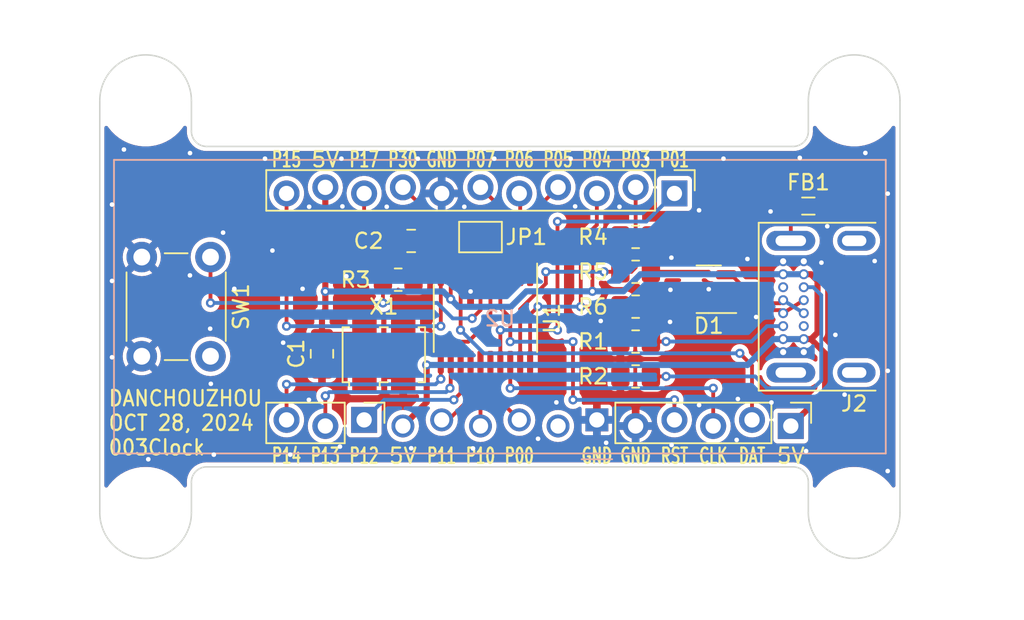
<source format=kicad_pcb>
(kicad_pcb (version 20211014) (generator pcbnew)
  (layers (0 "F.Cu" signal) (31 "B.Cu" signal) (34 "B.Paste" user) (35 "F.Paste" user) (36 "B.SilkS" user "B.Silkscreen") (37 "F.SilkS" user "F.Silkscreen") (38 "B.Mask" user) (39 "F.Mask" user) (44 "Edge.Cuts" user))
  (net 0 "")
  (net 1 "GND")
  (net 2 "+5V")
  (net 3 "Net-(FB1-Pad1)")
  (net 4 "Net-(J2-PadA5)")
  (net 7 "Net-(J2-PadB5)")
  (net 8 "/~{RESET}")
  (net 9 "/ICE_CLK")
  (net 10 "/ICE_DAT")
  (net 11 "Net-(J4-Pad1)")
  (net 12 "Net-(J4-Pad2)")
  (net 13 "Net-(J4-Pad3)")
  (net 14 "Net-(U1-Pad14)")
  (net 15 "Net-(U1-Pad15)")
  (net 16 "Net-(U1-Pad16)")
  (net 19 "Net-(J1-Pad1)")
  (net 20 "/DP")
  (net 21 "Net-(J1-Pad4)")
  (net 22 "Net-(J1-Pad5)")
  (net 23 "Net-(J1-Pad6)")
  (net 24 "Net-(JP1-Pad2)")
  (net 25 "Net-(J1-Pad8)")
  (net 26 "Net-(J1-Pad11)")
  (net 27 "/~{INT1}")
  (net 28 "/USB_D-")
  (net 29 "/USB_D+")
  (net 30 "/DM")
  (footprint "MountingHole:MountingHole_3.2mm_M3_ISO14580" (layer "F.Cu") (at 49.4 3)
    (fp_text reference "H3" hide)
    (fp_text value "MountingHole")
    (pad "" np_thru_hole circle locked (at 0 0) (size 3.2 3.2) (drill 3.2) (layers *.Cu *.Mask))
  )
  (footprint "Resistor_SMD:R_0805_2012Metric_Pad1.20x1.40mm_HandSolder" (layer "F.Cu") (at 19.542 14.732 180)
    (fp_text reference "R3" (at 2.794 0) (layer "F.SilkS"))
    (fp_text value "5.1K")
    (fp_line (start -0.227064 0.735) (end 0.227064 0.735) (layer "F.SilkS") (width 0.12))
    (fp_line (start -0.227064 -0.735) (end 0.227064 -0.735) (layer "F.SilkS") (width 0.12))
    (pad "1" smd roundrect (at -1 0 180) (size 1.2 1.4) (layers "F.Cu" "F.Paste" "F.Mask") (roundrect_rratio 0.2083333333) (net 2 "+5V"))
    (pad "2" smd roundrect (at 1 0 180) (size 1.2 1.4) (layers "F.Cu" "F.Paste" "F.Mask") (roundrect_rratio 0.2083333333) (net 27 "/~{INT1}"))
  )
  (footprint "Resistor_SMD:R_0805_2012Metric_Pad1.20x1.40mm_HandSolder" (layer "F.Cu") (at 35.09 11.928 180)
    (fp_text reference "R4" (at 2.794 0) (layer "F.SilkS"))
    (fp_text value "1.5K")
    (fp_line (start -0.227064 -0.735) (end 0.227064 -0.735) (layer "F.SilkS") (width 0.12))
    (fp_line (start -0.227064 0.735) (end 0.227064 0.735) (layer "F.SilkS") (width 0.12))
    (pad "1" smd roundrect (at -1 0 180) (size 1.2 1.4) (layers "F.Cu" "F.Paste" "F.Mask") (roundrect_rratio 0.208333) (net 28 "/USB_D-"))
    (pad "2" smd roundrect (at 1 0 180) (size 1.2 1.4) (layers "F.Cu" "F.Paste" "F.Mask") (roundrect_rratio 0.208333) (net 2 "+5V"))
  )
  (footprint "Capacitor_SMD:C_0805_2012Metric_Pad1.18x1.45mm_HandSolder" (layer "F.Cu") (at 14.55 19.5875 90)
    (fp_text reference "C1" (at 0 -1.68 90) (layer "F.SilkS"))
    (fp_text value "1uF")
    (fp_line (start -0.261252 -0.735) (end 0.261252 -0.735) (layer "F.SilkS") (width 0.12))
    (fp_line (start -0.261252 0.735) (end 0.261252 0.735) (layer "F.SilkS") (width 0.12))
    (pad "1" smd roundrect (at -1.0375 0 90) (size 1.175 1.45) (layers "F.Cu" "F.Paste" "F.Mask") (roundrect_rratio 0.2127659574) (net 1 "GND"))
    (pad "2" smd roundrect (at 1.0375 0 90) (size 1.175 1.45) (layers "F.Cu" "F.Paste" "F.Mask") (roundrect_rratio 0.2127659574) (net 2 "+5V"))
  )
  (footprint "Resistor_SMD:R_0805_2012Metric_Pad1.20x1.40mm_HandSolder" (layer "F.Cu") (at 35.09 14.214 180)
    (fp_text reference "R5" (at 2.794 0) (layer "F.SilkS"))
    (fp_text value "47R")
    (fp_line (start -0.227064 -0.735) (end 0.227064 -0.735) (layer "F.SilkS") (width 0.12))
    (fp_line (start -0.227064 0.735) (end 0.227064 0.735) (layer "F.SilkS") (width 0.12))
    (pad "1" smd roundrect (at -1 0 180) (size 1.2 1.4) (layers "F.Cu" "F.Paste" "F.Mask") (roundrect_rratio 0.208333) (net 28 "/USB_D-"))
    (pad "2" smd roundrect (at 1 0 180) (size 1.2 1.4) (layers "F.Cu" "F.Paste" "F.Mask") (roundrect_rratio 0.208333) (net 30 "/DM"))
  )
  (footprint "Oscillator:Oscillator_SMD_SeikoEpson_SG8002LB-4Pin_5.0x3.2mm" (layer "F.Cu") (at 18.6 19.65)
    (fp_text reference "X1" (at 0 -3.15) (layer "F.SilkS"))
    (fp_text value "SG-5032CCN")
    (fp_line (start -2.7 1.8) (end -2.7 -1.8) (layer "F.SilkS") (width 0.12))
    (fp_line (start -2.27 1.8) (end -2.7 1.8) (layer "F.SilkS") (width 0.12))
    (fp_line (start -2.7 -1.8) (end -2.27 -1.8) (layer "F.SilkS") (width 0.12))
    (fp_line (start -0.27 -1.8) (end 0.27 -1.8) (layer "F.SilkS") (width 0.12))
    (fp_line (start 2.7 1.8) (end 2.27 1.8) (layer "F.SilkS") (width 0.12))
    (fp_line (start 2.7 -1.8) (end 2.7 1.8) (layer "F.SilkS") (width 0.12))
    (fp_line (start 2.27 -1.8) (end 2.7 -1.8) (layer "F.SilkS") (width 0.12))
    (fp_line (start 0.27 1.8) (end -0.27 1.8) (layer "F.SilkS") (width 0.12))
    (fp_line (start -0.27 1.8) (end -0.27 2.05) (layer "F.SilkS") (width 0.12))
    (fp_line (start -2.27 2.05) (end -2.27 1.8) (layer "F.SilkS") (width 0.12))
    (pad "1" smd rect (at -1.27 1.1) (size 1.6 2) (drill (offset 0 0.25)) (layers "F.Cu" "F.Paste" "F.Mask"))
    (pad "2" smd rect (at 1.27 1.1) (size 1.6 2) (drill (offset 0 0.25)) (layers "F.Cu" "F.Paste" "F.Mask") (net 1 "GND"))
    (pad "3" smd rect (at 1.27 -1.1) (size 1.6 2) (drill (offset 0 -0.25)) (layers "F.Cu" "F.Paste" "F.Mask") (net 24 "Net-(JP1-Pad2)"))
    (pad "4" smd rect (at -1.27 -1.1) (size 1.6 2) (drill (offset 0 -0.25)) (layers "F.Cu" "F.Paste" "F.Mask") (net 2 "+5V"))
  )
  (footprint "Resistor_SMD:R_0805_2012Metric_Pad1.20x1.40mm_HandSolder" (layer "F.Cu") (at 35.09 18.786 180)
    (fp_text reference "R1" (at 2.794 0) (layer "F.SilkS"))
    (fp_text value "5.1K")
    (fp_line (start -0.227064 -0.735) (end 0.227064 -0.735) (layer "F.SilkS") (width 0.12))
    (fp_line (start -0.227064 0.735) (end 0.227064 0.735) (layer "F.SilkS") (width 0.12))
    (pad "1" smd roundrect (at -1 0 180) (size 1.2 1.4) (layers "F.Cu" "F.Paste" "F.Mask") (roundrect_rratio 0.2083333333) (net 4 "Net-(J2-PadA5)"))
    (pad "2" smd roundrect (at 1 0 180) (size 1.2 1.4) (layers "F.Cu" "F.Paste" "F.Mask") (roundrect_rratio 0.2083333333) (net 1 "GND"))
  )
  (footprint "Connector_PinHeader_2.54mm:PinHeader_1x05_P2.54mm_Vertical" (layer "F.Cu") (at 45.25 24.12 -90)
    (fp_text reference "J3" hide)
    (fp_text value "Conn_01x05")
    (fp_line (start -1.33 0) (end -1.33 -1.33) (layer "F.SilkS") (width 0.12))
    (fp_line (start -1.33 11.49) (end 1.33 11.49) (layer "F.SilkS") (width 0.12))
    (fp_line (start 1.33 1.27) (end 1.33 11.49) (layer "F.SilkS") (width 0.12))
    (fp_line (start -1.33 1.27) (end -1.33 11.49) (layer "F.SilkS") (width 0.12))
    (fp_line (start -1.33 1.27) (end 1.33 1.27) (layer "F.SilkS") (width 0.12))
    (fp_line (start -1.33 -1.33) (end 0 -1.33) (layer "F.SilkS") (width 0.12))
    (pad "1" thru_hole rect locked (at 0.2 0 270) (size 1.7 1.7) (drill 1) (layers *.Cu *.Mask) (net 2 "+5V"))
    (pad "2" thru_hole oval locked (at -0.2 2.54 270) (size 1.7 1.7) (drill 1) (layers *.Cu *.Mask) (net 10 "/ICE_DAT"))
    (pad "3" thru_hole oval locked (at 0.2 5.08 270) (size 1.7 1.7) (drill 1) (layers *.Cu *.Mask) (net 9 "/ICE_CLK"))
    (pad "4" thru_hole oval locked (at -0.2 7.62 270) (size 1.7 1.7) (drill 1) (layers *.Cu *.Mask) (net 8 "/~{RESET}"))
    (pad "5" thru_hole oval locked (at 0.2 10.16 270) (size 1.7 1.7) (drill 1) (layers *.Cu *.Mask) (net 1 "GND"))
  )
  (footprint "MountingHole:MountingHole_3.2mm_M3_ISO14580" (layer "F.Cu") (at 3 3)
    (fp_text reference "H1" hide)
    (fp_text value "MountingHole")
    (pad "" np_thru_hole circle locked (at 0 0) (size 3.2 3.2) (drill 3.2) (layers *.Cu *.Mask))
  )
  (footprint "Connector_PinHeader_2.54mm:PinHeader_1x03_P2.54mm_Vertical" (layer "F.Cu") (at 17.31 24.12 -90)
    (fp_text reference "J4" hide)
    (fp_text value "Conn_01x03")
    (fp_line (start 1.33 1.27) (end 1.33 6.41) (layer "F.SilkS") (width 0.12))
    (fp_line (start -1.33 1.27) (end 1.33 1.27) (layer "F.SilkS") (width 0.12))
    (fp_line (start -1.33 -1.33) (end 0 -1.33) (layer "F.SilkS") (width 0.12))
    (fp_line (start -1.33 1.27) (end -1.33 6.41) (layer "F.SilkS") (width 0.12))
    (fp_line (start -1.33 0) (end -1.33 -1.33) (layer "F.SilkS") (width 0.12))
    (fp_line (start -1.33 6.41) (end 1.33 6.41) (layer "F.SilkS") (width 0.12))
    (pad "1" thru_hole rect locked (at -0.2 0 270) (size 1.7 1.7) (drill 1) (layers *.Cu *.Mask) (net 11 "Net-(J4-Pad1)"))
    (pad "2" thru_hole oval locked (at 0.2 2.54 270) (size 1.7 1.7) (drill 1) (layers *.Cu *.Mask) (net 12 "Net-(J4-Pad2)"))
    (pad "3" thru_hole oval locked (at -0.2 5.08 270) (size 1.7 1.7) (drill 1) (layers *.Cu *.Mask) (net 13 "Net-(J4-Pad3)"))
  )
  (footprint "Inductor_SMD:L_0805_2012Metric_Pad1.05x1.20mm_HandSolder" (layer "F.Cu") (at 46.4 9.906)
    (fp_text reference "FB1" (at 0 -1.55) (layer "F.SilkS"))
    (fp_text value "FerriteBead_Small")
    (fp_line (start -0.410242 0.56) (end 0.410242 0.56) (layer "F.SilkS") (width 0.12))
    (fp_line (start -0.410242 -0.56) (end 0.410242 -0.56) (layer "F.SilkS") (width 0.12))
    (pad "1" smd roundrect (at -1.15 0) (size 1.05 1.2) (layers "F.Cu" "F.Paste" "F.Mask") (roundrect_rratio 0.2380952381) (net 3 "Net-(FB1-Pad1)"))
    (pad "2" smd roundrect (at 1.15 0) (size 1.05 1.2) (layers "F.Cu" "F.Paste" "F.Mask") (roundrect_rratio 0.2380952381) (net 1 "GND"))
  )
  (footprint "MountingHole:MountingHole_3.2mm_M3_ISO14580" (layer "F.Cu") (at 3 30)
    (fp_text reference "H2" hide)
    (fp_text value "MountingHole")
    (pad "" np_thru_hole circle locked (at 0 0) (size 3.2 3.2) (drill 3.2) (layers *.Cu *.Mask))
  )
  (footprint "Resistor_SMD:R_0805_2012Metric_Pad1.20x1.40mm_HandSolder" (layer "F.Cu") (at 35.09 21.072 180)
    (fp_text reference "R2" (at 2.794 0) (layer "F.SilkS"))
    (fp_text value "5.1K")
    (fp_line (start -0.227064 0.735) (end 0.227064 0.735) (layer "F.SilkS") (width 0.12))
    (fp_line (start -0.227064 -0.735) (end 0.227064 -0.735) (layer "F.SilkS") (width 0.12))
    (pad "1" smd roundrect (at -1 0 180) (size 1.2 1.4) (layers "F.Cu" "F.Paste" "F.Mask") (roundrect_rratio 0.2083333333) (net 7 "Net-(J2-PadB5)"))
    (pad "2" smd roundrect (at 1 0 180) (size 1.2 1.4) (layers "F.Cu" "F.Paste" "F.Mask") (roundrect_rratio 0.2083333333) (net 1 "GND"))
  )
  (footprint "Resistor_SMD:R_0805_2012Metric_Pad1.20x1.40mm_HandSolder" (layer "F.Cu") (at 35.09 16.5 180)
    (fp_text reference "R6" (at 2.794 0) (layer "F.SilkS"))
    (fp_text value "47R")
    (fp_line (start -0.227064 -0.735) (end 0.227064 -0.735) (layer "F.SilkS") (width 0.12))
    (fp_line (start -0.227064 0.735) (end 0.227064 0.735) (layer "F.SilkS") (width 0.12))
    (pad "1" smd roundrect (at -1 0 180) (size 1.2 1.4) (layers "F.Cu" "F.Paste" "F.Mask") (roundrect_rratio 0.208333) (net 29 "/USB_D+"))
    (pad "2" smd roundrect (at 1 0 180) (size 1.2 1.4) (layers "F.Cu" "F.Paste" "F.Mask") (roundrect_rratio 0.208333) (net 20 "/DP"))
  )
  (footprint "2137160001:2137160001" (layer "F.Cu") (at 52.4 16.5 90)
    (fp_text reference "J2" (at -6.36 -3 180) (layer "F.SilkS"))
    (fp_text value "2137160001")
    (fp_line (start -5.5 -9.25) (end 5.5 -9.25) (layer "F.SilkS") (width 0.12))
    (fp_line (start 5.5 -9.25) (end 5.5 -1.6) (layer "F.SilkS") (width 0.12))
    (fp_line (start -5.5 -9.25) (end -5.5 -1.6) (layer "F.SilkS") (width 0.12))
    (pad "" thru_hole oval locked (at -4.32 -7.15 90) (size 1.3 3.2) (drill oval 0.7 2) (layers *.Cu *.Mask "F.Paste"))
    (pad "" thru_hole oval locked (at 4.32 -3 90) (size 1.3 2.5) (drill oval 0.7 1.6 (offset 0 0.15)) (layers *.Cu *.Mask "F.Paste"))
    (pad "" thru_hole oval locked (at -4.32 -3 90) (size 1.3 2.5) (drill oval 0.7 1.6 (offset 0 0.15)) (layers *.Cu *.Mask "F.Paste"))
    (pad "A1" thru_hole circle locked (at -2.975 -7.65 90) (size 0.65 0.65) (drill 0.4) (layers *.Cu *.Mask "F.Paste") (net 1 "GND"))
    (pad "A4" thru_hole circle locked (at -2.125 -7.65 90) (size 0.65 0.65) (drill 0.4) (layers *.Cu *.Mask "F.Paste") (net 2 "+5V"))
    (pad "A5" thru_hole circle locked (at -1.275 -7.65 90) (size 0.65 0.65) (drill 0.4) (layers *.Cu *.Mask "F.Paste") (net 4 "Net-(J2-PadA5)"))
    (pad "A6" thru_hole circle locked (at -0.425 -7.65 90) (size 0.65 0.65) (drill 0.4) (layers *.Cu *.Mask "F.Paste") (net 29 "/USB_D+"))
    (pad "A7" thru_hole circle locked (at 0.425 -7.65 90) (size 0.65 0.65) (drill 0.4) (layers *.Cu *.Mask "F.Paste") (net 28 "/USB_D-"))
    (pad "A8" thru_hole circle locked (at 1.275 -7.65 90) (size 0.65 0.65) (drill 0.4) (layers *.Cu *.Mask "F.Paste"))
    (pad "A9" thru_hole circle locked (at 2.125 -7.65 90) (size 0.65 0.65) (drill 0.4) (layers *.Cu *.Mask "F.Paste") (net 2 "+5V"))
    (pad "A12" thru_hole circle locked (at 2.975 -7.65 90) (size 0.65 0.65) (drill 0.4) (layers *.Cu *.Mask "F.Paste") (net 1 "GND"))
    (pad "B1" thru_hole circle locked (at 2.975 -6.3 90) (size 0.65 0.65) (drill 0.4) (layers *.Cu *.Mask "F.Paste") (net 1 "GND"))
    (pad "B4" thru_hole circle locked (at 2.125 -6.3 90) (size 0.65 0.65) (drill 0.4) (layers *.Cu *.Mask "F.Paste") (net 2 "+5V"))
    (pad "B5" thru_hole circle locked (at 1.275 -6.3 90) (size 0.65 0.65) (drill 0.4) (layers *.Cu *.Mask "F.Paste") (net 7 "Net-(J2-PadB5)"))
    (pad "B6" thru_hole circle locked (at 0.425 -6.3 90) (size 0.65 0.65) (drill 0.4) (layers *.Cu *.Mask "F.Paste") (net 29 "/USB_D+"))
    (pad "B7" thru_hole circle locked (at -0.425 -6.3 90) (size 0.65 0.65) (drill 0.4) (layers *.Cu *.Mask "F.Paste") (net 28 "/USB_D-"))
    (pad "B8" thru_hole circle locked (at -1.275 -6.3 90) (size 0.65 0.65) (drill 0.4) (layers *.Cu *.Mask "F.Paste"))
    (pad "B9" thru_hole circle locked (at -2.125 -6.3 90) (size 0.65 0.65) (drill 0.4) (layers *.Cu *.Mask "F.Paste") (net 2 "+5V"))
    (pad "B12" thru_hole circle locked (at -2.975 -6.3 90) (size 0.65 0.65) (drill 0.4) (layers *.Cu *.Mask "F.Paste") (net 1 "GND"))
    (pad "S1" thru_hole oval locked (at 4.32 -7.15 90) (size 1.3 3.2) (drill oval 0.7 2) (layers *.Cu *.Mask "F.Paste") (net 3 "Net-(FB1-Pad1)"))
  )
  (footprint "Capacitor_SMD:C_0805_2012Metric_Pad1.18x1.45mm_HandSolder" (layer "F.Cu") (at 20.391 12.192)
    (fp_text reference "C2" (at -2.794 0) (layer "F.SilkS"))
    (fp_text value "1uF")
    (fp_line (start -0.261252 -0.735) (end 0.261252 -0.735) (layer "F.SilkS") (width 0.12))
    (fp_line (start -0.261252 0.735) (end 0.261252 0.735) (layer "F.SilkS") (width 0.12))
    (pad "1" smd roundrect (at -1.0375 0) (size 1.175 1.45) (layers "F.Cu" "F.Paste" "F.Mask") (roundrect_rratio 0.2127659574) (net 1 "GND"))
    (pad "2" smd roundrect (at 1.0375 0) (size 1.175 1.45) (layers "F.Cu" "F.Paste" "F.Mask") (roundrect_rratio 0.2127659574) (net 2 "+5V"))
  )
  (footprint "MountingHole:MountingHole_3.2mm_M3_ISO14580" (layer "F.Cu") (at 49.4 30)
    (fp_text reference "H4" hide)
    (fp_text value "MountingHole")
    (pad "" np_thru_hole circle locked (at 0 0) (size 3.2 3.2) (drill 3.2) (layers *.Cu *.Mask))
  )
  (footprint "Jumper:SolderJumper-2_P1.3mm_Open_Pad1.0x1.5mm" (layer "F.Cu") (at 24.93 11.938)
    (fp_text reference "JP1" (at 3 0) (layer "F.SilkS"))
    (fp_text value "SolderJumper_2_Open")
    (fp_line (start 1.4 -1) (end 1.4 1) (layer "F.SilkS") (width 0.12))
    (fp_line (start -1.4 -1) (end 1.4 -1) (layer "F.SilkS") (width 0.12))
    (fp_line (start -1.4 1) (end -1.4 -1) (layer "F.SilkS") (width 0.12))
    (fp_line (start 1.4 1) (end -1.4 1) (layer "F.SilkS") (width 0.12))
    (pad "1" smd rect (at -0.65 0) (size 1 1.5) (layers "F.Cu" "F.Mask") (net 25 "Net-(J1-Pad8)"))
    (pad "2" smd rect (at 0.65 0) (size 1 1.5) (layers "F.Cu" "F.Mask") (net 24 "Net-(JP1-Pad2)"))
  )
  (footprint "Connector_PinHeader_2.54mm:PinHeader_1x11_P2.54mm_Vertical" (layer "F.Cu") (at 37.63 8.88 -90)
    (fp_text reference "J1" hide)
    (fp_text value "Conn_01x11")
    (fp_line (start -1.33 1.27) (end -1.33 26.73) (layer "F.SilkS") (width 0.12))
    (fp_line (start -1.33 -1.33) (end 0 -1.33) (layer "F.SilkS") (width 0.12))
    (fp_line (start -1.33 0) (end -1.33 -1.33) (layer "F.SilkS") (width 0.12))
    (fp_line (start -1.33 26.73) (end 1.33 26.73) (layer "F.SilkS") (width 0.12))
    (fp_line (start -1.33 1.27) (end 1.33 1.27) (layer "F.SilkS") (width 0.12))
    (fp_line (start 1.33 1.27) (end 1.33 26.73) (layer "F.SilkS") (width 0.12))
    (pad "1" thru_hole rect locked (at 0.2 0 270) (size 1.7 1.7) (drill 1) (layers *.Cu *.Mask) (net 19 "Net-(J1-Pad1)"))
    (pad "2" thru_hole oval locked (at -0.2 2.54 270) (size 1.7 1.7) (drill 1) (layers *.Cu *.Mask) (net 30 "/DM"))
    (pad "3" thru_hole oval locked (at 0.2 5.08 270) (size 1.7 1.7) (drill 1) (layers *.Cu *.Mask) (net 20 "/DP"))
    (pad "4" thru_hole oval locked (at -0.2 7.62 270) (size 1.7 1.7) (drill 1) (layers *.Cu *.Mask) (net 21 "Net-(J1-Pad4)"))
    (pad "5" thru_hole oval locked (at 0.2 10.16 270) (size 1.7 1.7) (drill 1) (layers *.Cu *.Mask) (net 22 "Net-(J1-Pad5)"))
    (pad "6" thru_hole oval locked (at -0.2 12.7 270) (size 1.7 1.7) (drill 1) (layers *.Cu *.Mask) (net 23 "Net-(J1-Pad6)"))
    (pad "7" thru_hole oval locked (at 0.2 15.24 270) (size 1.7 1.7) (drill 1) (layers *.Cu *.Mask) (net 1 "GND"))
    (pad "8" thru_hole oval locked (at -0.2 17.78 270) (size 1.7 1.7) (drill 1) (layers *.Cu *.Mask) (net 25 "Net-(J1-Pad8)"))
    (pad "9" thru_hole oval locked (at 0.2 20.32 270) (size 1.7 1.7) (drill 1) (layers *.Cu *.Mask) (net 27 "/~{INT1}"))
    (pad "10" thru_hole oval locked (at -0.2 22.86 270) (size 1.7 1.7) (drill 1) (layers *.Cu *.Mask) (net 2 "+5V"))
    (pad "11" thru_hole oval locked (at 0.2 25.4 270) (size 1.7 1.7) (drill 1) (layers *.Cu *.Mask) (net 26 "Net-(J1-Pad11)"))
  )
  (footprint "Package_SO:TSSOP-20_4.4x6.5mm_P0.65mm" (layer "F.Cu") (at 25.255 17.272 -90)
    (fp_text reference "U1" (at 0 -4.356 -270) (layer "F.SilkS"))
    (fp_text value "N76E003AT20")
    (fp_line (start 0 -3.385) (end -3.6 -3.385) (layer "F.SilkS") (width 0.12))
    (fp_line (start 0 3.385) (end -2.2 3.385) (layer "F.SilkS") (width 0.12))
    (fp_line (start 0 -3.385) (end 2.2 -3.385) (layer "F.SilkS") (width 0.12))
    (fp_line (start 0 3.385) (end 2.2 3.385) (layer "F.SilkS") (width 0.12))
    (pad "1" smd roundrect (at -2.8625 -2.925 270) (size 1.475 0.4) (layers "F.Cu" "F.Paste" "F.Mask") (net 21 "Net-(J1-Pad4)"))
    (pad "2" smd roundrect (at -2.8625 -2.275 270) (size 1.475 0.4) (layers "F.Cu" "F.Paste" "F.Mask") (net 22 "Net-(J1-Pad5)"))
    (pad "3" smd roundrect (at -2.8625 -1.625 270) (size 1.475 0.4) (layers "F.Cu" "F.Paste" "F.Mask") (net 23 "Net-(J1-Pad6)"))
    (pad "4" smd roundrect (at -2.8625 -0.975 270) (size 1.475 0.4) (layers "F.Cu" "F.Paste" "F.Mask") (net 8 "/~{RESET}"))
    (pad "5" smd roundrect (at -2.8625 -0.325 270) (size 1.475 0.4) (layers "F.Cu" "F.Paste" "F.Mask") (net 24 "Net-(JP1-Pad2)"))
    (pad "6" smd roundrect (at -2.8625 0.325 270) (size 1.475 0.4) (layers "F.Cu" "F.Paste" "F.Mask") (net 27 "/~{INT1}"))
    (pad "7" smd roundrect (at -2.8625 0.975 270) (size 1.475 0.4) (layers "F.Cu" "F.Paste" "F.Mask") (net 1 "GND"))
    (pad "8" smd roundrect (at -2.8625 1.625 270) (size 1.475 0.4) (layers "F.Cu" "F.Paste" "F.Mask") (net 10 "/ICE_DAT"))
    (pad "9" smd roundrect (at -2.8625 2.275 270) (size 1.475 0.4) (layers "F.Cu" "F.Paste" "F.Mask") (net 2 "+5V"))
    (pad "10" smd roundrect (at -2.8625 2.925 270) (size 1.475 0.4) (layers "F.Cu" "F.Paste" "F.Mask") (net 26 "Net-(J1-Pad11)"))
    (pad "11" smd roundrect (at 2.8625 2.925 270) (size 1.475 0.4) (layers "F.Cu" "F.Paste" "F.Mask") (net 13 "Net-(J4-Pad3)"))
    (pad "12" smd roundrect (at 2.8625 2.275 270) (size 1.475 0.4) (layers "F.Cu" "F.Paste" "F.Mask") (net 12 "Net-(J4-Pad2)"))
    (pad "13" smd roundrect (at 2.8625 1.625 270) (size 1.475 0.4) (layers "F.Cu" "F.Paste" "F.Mask") (net 11 "Net-(J4-Pad1)"))
    (pad "14" smd roundrect (at 2.8625 0.975 270) (size 1.475 0.4) (layers "F.Cu" "F.Paste" "F.Mask") (net 14 "Net-(U1-Pad14)"))
    (pad "15" smd roundrect (at 2.8625 0.325 270) (size 1.475 0.4) (layers "F.Cu" "F.Paste" "F.Mask") (net 15 "Net-(U1-Pad15)"))
    (pad "16" smd roundrect (at 2.8625 -0.325 270) (size 1.475 0.4) (layers "F.Cu" "F.Paste" "F.Mask") (net 16 "Net-(U1-Pad16)"))
    (pad "17" smd roundrect (at 2.8625 -0.975 270) (size 1.475 0.4) (layers "F.Cu" "F.Paste" "F.Mask") (net 19 "Net-(J1-Pad1)"))
    (pad "18" smd roundrect (at 2.8625 -1.625 270) (size 1.475 0.4) (layers "F.Cu" "F.Paste" "F.Mask") (net 9 "/ICE_CLK"))
    (pad "19" smd roundrect (at 2.8625 -2.275 270) (size 1.475 0.4) (layers "F.Cu" "F.Paste" "F.Mask") (net 30 "/DM"))
    (pad "20" smd roundrect (at 2.8625 -2.925 270) (size 1.475 0.4) (layers "F.Cu" "F.Paste" "F.Mask") (net 20 "/DP"))
  )
  (footprint "Package_TO_SOT_SMD:SOT-23-3" (layer "F.Cu") (at 39.878 15.357 180)
    (fp_text reference "D1" (at 0 -2.4) (layer "F.SilkS"))
    (fp_text value "AZ23C3V3")
    (fp_line (start 0 -1.56) (end 0.8 -1.56) (layer "F.SilkS") (width 0.12))
    (fp_line (start 0 -1.56) (end -1.8 -1.56) (layer "F.SilkS") (width 0.12))
    (fp_line (start 0 1.56) (end 0.8 1.56) (layer "F.SilkS") (width 0.12))
    (fp_line (start 0 1.56) (end -0.8 1.56) (layer "F.SilkS") (width 0.12))
    (pad "1" smd roundrect (at -1.46875 -0.95 180) (size 1.325 0.6) (drill (offset 0.33125 0)) (layers "F.Cu" "F.Paste" "F.Mask") (net 29 "/USB_D+"))
    (pad "2" smd roundrect (at -1.46875 0.95 180) (size 1.325 0.6) (drill (offset 0.33125 0)) (layers "F.Cu" "F.Paste" "F.Mask") (net 28 "/USB_D-"))
    (pad "3" smd roundrect (at 1.1375 0 180) (size 1.325 0.6) (layers "F.Cu" "F.Paste" "F.Mask") (net 1 "GND"))
  )
  (footprint "Button_Switch_THT:SW_PUSH_6mm" (layer "F.Cu") (at 7.25 13.25 -90)
    (fp_text reference "SW1" (at 3.25 -2 90) (layer "F.SilkS"))
    (fp_text value "SW_Push")
    (fp_line (start 1 5.5) (end 5.5 5.5) (layer "F.SilkS") (width 0.12))
    (fp_line (start -0.25 1.5) (end -0.25 3) (layer "F.SilkS") (width 0.12))
    (fp_line (start 5.5 -1) (end 1 -1) (layer "F.SilkS") (width 0.12))
    (fp_line (start 6.75 3) (end 6.75 1.5) (layer "F.SilkS") (width 0.12))
    (pad "" thru_hole circle locked (at 6.5 0) (size 2 2) (drill 1.1) (layers *.Cu *.Mask))
    (pad "1" thru_hole circle locked (at 0 0) (size 2 2) (drill 1.1) (layers *.Cu *.Mask) (net 27 "/~{INT1}"))
    (pad "2" thru_hole circle locked (at 0 4.5) (size 2 2) (drill 1.1) (layers *.Cu *.Mask) (net 1 "GND"))
    (pad "2" thru_hole circle locked (at 6.5 4.5) (size 2 2) (drill 1.1) (layers *.Cu *.Mask) (net 1 "GND"))
  )
  (footprint "LGC-12002:LGC-12002" (layer "B.Cu") (at 32.55 24.12 90)
    (fp_text reference "U2" (at 6.848 -6.35 180) (layer "B.SilkS") (effects (justify mirror)))
    (fp_text value "LGC-12002")
    (fp_line (start -2.38 1) (end -2.38 -1) (layer "B.SilkS") (width 0.12))
    (fp_line (start -2 -31.62) (end 17.24 -31.62) (layer "B.SilkS") (width 0.12))
    (fp_line (start -2 18.92) (end -2 -31.62) (layer "B.SilkS") (width 0.12))
    (fp_line (start 17.24 -31.62) (end 17.24 18.92) (layer "B.SilkS") (width 0.12))
    (fp_line (start -2 18.92) (end 17.24 18.92) (layer "B.SilkS") (width 0.12))
    (pad "1" thru_hole rect locked (at 0.2 0 90) (size 1.5 1.5) (drill 1) (layers *.Cu *.Mask) (net 1 "GND"))
    (pad "2" thru_hole circle locked (at -0.2 -2.54 90) (size 1.5 1.5) (drill 1) (layers *.Cu *.Mask))
    (pad "3" thru_hole circle locked (at 0.2 -5.08 90) (size 1.5 1.5) (drill 1) (layers *.Cu *.Mask) (net 16 "Net-(U1-Pad16)"))
    (pad "4" thru_hole circle locked (at -0.2 -7.62 90) (size 1.5 1.5) (drill 1) (layers *.Cu *.Mask) (net 15 "Net-(U1-Pad15)"))
    (pad "5" thru_hole circle locked (at 0.2 -10.16 90) (size 1.5 1.5) (drill 1) (layers *.Cu *.Mask) (net 14 "Net-(U1-Pad14)"))
    (pad "6" thru_hole circle locked (at -0.2 -12.7 90) (size 1.5 1.5) (drill 1) (layers *.Cu *.Mask) (net 2 "+5V"))
  )
  (gr_line locked (start 45.4 27) (end 7 27) (layer "Edge.Cuts") (width 0.1))
  (gr_arc locked (start 7 6) (mid 6.292893 5.707107) (end 6 5) (layer "Edge.Cuts") (width 0.1))
  (gr_arc locked (start 45.4 27) (mid 46.107107 27.292893) (end 46.4 28) (layer "Edge.Cuts") (width 0.1))
  (gr_arc locked (start 6 30) (mid 3 33) (end 0 30) (layer "Edge.Cuts") (width 0.1))
  (gr_arc locked (start 6 28) (mid 6.292893 27.292893) (end 7 27) (layer "Edge.Cuts") (width 0.1))
  (gr_arc locked (start 52.4 30) (mid 49.4 33) (end 46.4 30) (layer "Edge.Cuts") (width 0.1))
  (gr_line locked (start 6 3) (end 6 5) (layer "Edge.Cuts") (width 0.1))
  (gr_line locked (start 0 3) (end 0 30) (layer "Edge.Cuts") (width 0.1))
  (gr_line locked (start 7 6) (end 45.4 6) (layer "Edge.Cuts") (width 0.1))
  (gr_arc locked (start 0 3) (mid 3 0) (end 6 3) (layer "Edge.Cuts") (width 0.1))
  (gr_line locked (start 46.4 3) (end 46.4 5) (layer "Edge.Cuts") (width 0.1))
  (gr_line locked (start 46.4 30) (end 46.4 28) (layer "Edge.Cuts") (width 0.1))
  (gr_line locked (start 52.4 3) (end 52.4 30) (layer "Edge.Cuts") (width 0.1))
  (gr_arc locked (start 46.4 5) (mid 46.107107 5.707107) (end 45.4 6) (layer "Edge.Cuts") (width 0.1))
  (gr_line locked (start 6 28) (end 6 30) (layer "Edge.Cuts") (width 0.1))
  (gr_arc locked (start 46.4 3) (mid 49.4 0) (end 52.4 3) (layer "Edge.Cuts") (width 0.1))
  (gr_text "P07" (at 24.93 6.85) (layer "F.SilkS") (effects (font (size 1 0.65))))
  (gr_text "P15" (at 12.23 6.85) (layer "F.SilkS") (effects (font (size 1 0.65))))
  (gr_text "GND" (at 32.55 26.28) (layer "F.SilkS") (effects (font (size 1 0.65))))
  (gr_text "GND" (at 22.39 6.85) (layer "F.SilkS") (effects (font (size 1 0.65))))
  (gr_text "P30" (at 19.85 6.85) (layer "F.SilkS") (effects (font (size 1 0.65))))
  (gr_text "DAT" (at 42.71 26.28) (layer "F.SilkS") (effects (font (size 1 0.65))))
  (gr_text "P04" (at 32.55 6.85) (layer "F.SilkS") (effects (font (size 1 0.65))))
  (gr_text "5V" (at 45.25 26.28) (layer "F.SilkS") (effects (font (size 1 1))))
  (gr_text "DANCHOUZHOU\nOCT 28, 2024\n003Clock" (at 0.5 24.12) (layer "F.SilkS") (effects (font (size 1 0.9)) (justify left)))
  (gr_text "P03" (at 35.09 6.85) (layer "F.SilkS") (effects (font (size 1 0.65))))
  (gr_text "P01" (at 37.63 6.85) (layer "F.SilkS") (effects (font (size 1 0.65))))
  (gr_text "P13" (at 14.77 26.28) (layer "F.SilkS") (effects (font (size 1 0.65))))
  (gr_text "P14" (at 12.23 26.28) (layer "F.SilkS") (effects (font (size 1 0.65))))
  (gr_text "5V" (at 19.85 26.28) (layer "F.SilkS") (effects (font (size 1 1))))
  (gr_text "P00" (at 27.47 26.28) (layer "F.SilkS") (effects (font (size 1 0.65))))
  (gr_text "P11" (at 22.39 26.28) (layer "F.SilkS") (effects (font (size 1 0.65))))
  (gr_text "5V" (at 14.77 6.85) (layer "F.SilkS") (effects (font (size 1 1))))
  (gr_text "P10" (at 24.93 26.28) (layer "F.SilkS") (effects (font (size 1 0.65))))
  (gr_text "GND" (at 35.09 26.28) (layer "F.SilkS") (effects (font (size 1 0.65))))
  (gr_text "CLK" (at 40.17 26.28) (layer "F.SilkS") (effects (font (size 1 0.65))))
  (gr_text "P05" (at 30.01 6.85) (layer "F.SilkS") (effects (font (size 1 0.65))))
  (gr_text "P17" (at 17.31 6.85) (layer "F.SilkS") (effects (font (size 1 0.65))))
  (gr_text "P06" (at 27.47 6.85) (layer "F.SilkS") (effects (font (size 1 0.65))))
  (gr_text "RST" (at 37.63 26.28) (layer "F.SilkS") (effects (font (size 1 0.65))))
  (gr_text "P12" (at 17.31 26.28) (layer "F.SilkS") (effects (font (size 1 0.65))))
  (segment (start 44.75 19.475) (end 46.1 19.475) (width 0.4) (layer "F.Cu") (net 1))
  (segment (start 44.75 13.525) (end 46.1 13.525) (width 0.4) (layer "F.Cu") (net 1))
  (segment (start 38.7405 15.357) (end 39.878 15.357) (width 0.25) (layer "F.Cu") (net 1))
  (segment (start 24.28 14.4095) (end 24.28 15.504) (width 0.25) (layer "F.Cu") (net 1))
  (via (at 16.148228 14.5035) (size 0.6) (drill 0.3) (layers "F.Cu" "B.Cu") (net 1))
  (via (at 20.39406 25.777473) (size 0.6) (drill 0.3) (layers "F.Cu" "B.Cu") (net 1))
  (via (at 25.830352 6.8005) (size 0.6) (drill 0.3) (layers "F.Cu" "B.Cu") (net 1))
  (via (at 15.822728 6.8005) (size 0.6) (drill 0.3) (layers "F.Cu" "B.Cu") (net 1))
  (via (at 10.818916 6.8005) (size 0.6) (drill 0.3) (layers "F.Cu" "B.Cu") (net 1))
  (via (at 31.127826 9.927579) (size 0.6) (drill 0.3) (layers "F.Cu" "B.Cu") (net 1))
  (via (at 45.839796 6.746074) (size 0.6) (drill 0.3) (layers "F.Cu" "B.Cu") (net 1))
  (via (at 39.2445 22.950007) (size 0.6) (drill 0.3) (layers "F.Cu" "B.Cu") (net 1))
  (via (at 15.887826 9.927579) (size 0.6) (drill 0.3) (layers "F.Cu" "B.Cu") (net 1))
  (via (at 33.160326 25.42) (size 0.6) (drill 0.3) (layers "F.Cu" "B.Cu") (net 1))
  (via (at 43.981689 22.77985) (size 0.6) (drill 0.3) (layers "F.Cu" "B.Cu") (net 1))
  (via (at 23.870388 9.952082) (size 0.6) (drill 0.3) (layers "F.Cu" "B.Cu") (net 1))
  (via (at 39.878 15.357) (size 0.6) (drill 0.3) (layers "F.Cu" "B.Cu") (net 1))
  (via (at 12.471541 26.1995) (size 0.6) (drill 0.3) (layers "F.Cu" "B.Cu") (net 1))
  (via (at 11.3045 12.822684) (size 0.6) (drill 0.3) (layers "F.Cu" "B.Cu") (net 1))
  (via (at 1.581475 6.200893) (size 0.6) (drill 0.3) (layers "F.Cu" "B.Cu") (net 1))
  (via (at 8.808504 15.3305) (size 0.6) (drill 0.3) (layers "F.Cu" "B.Cu") (net 1))
  (via (at 37.430853 13.2885) (size 0.6) (drill 0.3) (layers "F.Cu" "B.Cu") (net 1))
  (via (at 42.982045 17.1771) (size 0.6) (drill 0.3) (layers "F.Cu" "B.Cu") (net 1))
  (via (at 0.8005 9.809088) (size 0.6) (drill 0.3) (layers "F.Cu" "B.Cu") (net 1))
  (via (at 51.595436 27.273042) (size 0.6) (drill 0.3) (layers "F.Cu" "B.Cu") (net 1))
  (via (at 46.250445 25.961438) (size 0.6) (drill 0.3) (layers "F.Cu" "B.Cu") (net 1))
  (via (at 7.228169 17.944532) (size 0.6) (drill 0.3) (layers "F.Cu" "B.Cu") (net 1))
  (via (at 7.27183 21.555468) (size 0.6) (drill 0.3) (layers "F.Cu" "B.Cu") (net 1))
  (via (at 37.368235 15.396778) (size 0.6) (drill 0.3) (layers "F.Cu" "B.Cu") (net 1))
  (via (at 48.773301 22.264389) (size 0.6) (drill 0.3) (layers "F.Cu" "B.Cu") (net 1))
  (via (at 24.28 15.504) (size 0.6) (drill 0.3) (layers "F.Cu" "B.Cu") (net 1))
  (via (at 34.030388 9.952082) (size 0.6) (drill 0.3) (layers "F.Cu" "B.Cu") (net 1))
  (via (at 8.073608 11.647423) (size 0.6) (drill 0.3) (layers "F.Cu" "B.Cu") (net 1))
  (via (at 5.903739 14.450032) (size 0.6) (drill 0.3) (layers "F.Cu" "B.Cu") (net 1))
  (via (at 7.467729 26.1995) (size 0.6) (drill 0.3) (layers "F.Cu" "B.Cu") (net 1))
  (via (at 51.5995 9.092806) (size 0.6) (drill 0.3) (layers "F.Cu" "B.Cu") (net 1))
  (via (at 28.69892 25.157228) (size 0.6) (drill 0.3) (layers "F.Cu" "B.Cu") (net 1))
  (via (at 13.69351 22.606509) (size 0.6) (drill 0.3) (layers "F.Cu" "B.Cu") (net 1))
  (via (at 41.70536 25.233859) (size 0.6) (drill 0.3) (layers "F.Cu" "B.Cu") (net 1))
  (via (at 37.445729 25.564615) (size 0.6) (drill 0.3) (layers "F.Cu" "B.Cu") (net 1))
  (via (at 48.1695 18.346758) (size 0.6) (drill 0.3) (layers "F.Cu" "B.Cu") (net 1))
  (via (at 15.726533 25.671301) (size 0.6) (drill 0.3) (layers "F.Cu" "B.Cu") (net 1))
  (via (at 0.8005 14.8129) (size 0.6) (drill 0.3) (layers "F.Cu" "B.Cu") (net 1))
  (via (at 50.133242 6.425545) (size 0.6) (drill 0.3) (layers "F.Cu" "B.Cu") (net 1))
  (via (at 12.008064 18.860778) (size 0.6) (drill 0.3) (layers "F.Cu" "B.Cu") (net 1))
  (via (at 50.742426 13.509533) (size 0.6) (drill 0.3) (layers "F.Cu" "B.Cu") (net 1))
  (via (at 32.803548 17.438542) (size 0.6) (drill 0.3) (layers "F.Cu" "B.Cu") (net 1))
  (via (at 47.638137 11.229584) (size 0.6) (drill 0.3) (layers "F.Cu" "B.Cu") (net 1))
  (via (at 20.82654 6.8005) (size 0.6) (drill 0.3) (layers "F.Cu" "B.Cu") (net 1))
  (via (at 40.841788 6.8005) (size 0.6) (drill 0.3) (layers "F.Cu" "B.Cu") (net 1))
  (via (at 42.409726 13.3745) (size 0.6) (drill 0.3) (layers "F.Cu" "B.Cu") (net 1))
  (via (at 47.255487 13.616407) (size 0.6) (drill 0.3) (layers "F.Cu" "B.Cu") (net 1))
  (via (at 35.837976 6.8005) (size 0.6) (drill 0.3) (layers "F.Cu" "B.Cu") (net 1))
  (via (at 13.710388 9.952082) (size 0.6) (drill 0.3) (layers "F.Cu" "B.Cu") (net 1))
  (via (at 24.43835 25.790593) (size 0.6) (drill 0.3) (layers "F.Cu" "B.Cu") (net 1))
  (via (at 30.834164 6.8005) (size 0.6) (drill 0.3) (layers "F.Cu" "B.Cu") (net 1))
  (via (at 18.790388 9.952082) (size 0.6) (drill 0.3) (layers "F.Cu" "B.Cu") (net 1))
  (via (at 3.17461 26.501068) (size 0.6) (drill 0.3) (layers "F.Cu" "B.Cu") (net 1))
  (via (at 5.907982 6.435143) (size 0.6) (drill 0.3) (layers "F.Cu" "B.Cu") (net 1))
  (via (at 41.7845 22.550007) (size 0.6) (drill 0.3) (layers "F.Cu" "B.Cu") (net 1))
  (via (at 51.5995 20.704256) (size 0.6) (drill 0.3) (layers "F.Cu" "B.Cu") (net 1))
  (via (at 37.342609 17.498433) (size 0.6) (drill 0.3) (layers "F.Cu" "B.Cu") (net 1))
  (via (at 29.899997 22.773058) (size 0.6) (drill 0.3) (layers "F.Cu" "B.Cu") (net 1))
  (via (at 0.8005 19.816712) (size 0.6) (drill 0.3) (layers "F.Cu" "B.Cu") (net 1))
  (via (at 43.9245 10.260549) (size 0.6) (drill 0.3) (layers "F.Cu" "B.Cu") (net 1))
  (via (at 39.243167 10.183592) (size 0.6) (drill 0.3) (layers "F.Cu" "B.Cu") (net 1))
  (via (at 13.280264 15.3305) (size 0.6) (drill 0.3) (layers "F.Cu" "B.Cu") (net 1))
  (segment (start 44.75 19.475) (end 46.1 19.475) (width 0.4) (layer "B.Cu") (net 1))
  (segment (start 44.75 13.525) (end 46.1 13.525) (width 0.4) (layer "B.Cu") (net 1))
  (segment (start 47 14.8) (end 47 18.2) (width 0.4) (layer "F.Cu") (net 2))
  (segment (start 22.98 14.4095) (end 22.98 16.002) (width 0.25) (layer "F.Cu") (net 2))
  (segment (start 14.55 16.946) (end 14.55 18.55) (width 0.4) (layer "F.Cu") (net 2))
  (segment (start 14.77 16.726) (end 14.55 16.946) (width 0.4) (layer "F.Cu") (net 2))
  (segment (start 34.09 11.928) (end 33.03 11.928) (width 0.25) (layer "F.Cu") (net 2))
  (segment (start 46.575 18.625) (end 46.575 18.635) (width 0.4) (layer "F.Cu") (net 2))
  (segment (start 47.498 19.558) (end 47.498 22.072) (width 0.4) (layer "F.Cu") (net 2))
  (segment (start 21.407 20.32) (end 21.407 22.763) (width 0.4) (layer "F.Cu") (net 2))
  (segment (start 46.1 14.375) (end 46.575 14.375) (width 0.4) (layer "F.Cu") (net 2))
  (segment (start 46.575 18.625) (end 46.1 18.625) (width 0.4) (layer "F.Cu") (net 2))
  (segment (start 46.575 18.635) (end 47.498 19.558) (width 0.4) (layer "F.Cu") (net 2))
  (segment (start 21.4285 12.192) (end 21.4285 13.048) (width 0.25) (layer "F.Cu") (net 2))
  (segment (start 22.423 12.192) (end 21.4285 12.192) (width 0.25) (layer "F.Cu") (net 2))
  (segment (start 47 18.2) (end 46.575 18.625) (width 0.4) (layer "F.Cu") (net 2))
  (segment (start 33.03 11.928) (end 32.258 12.7) (width 0.25) (layer "F.Cu") (net 2))
  (segment (start 22.98 12.749) (end 22.423 12.192) (width 0.25) (layer "F.Cu") (net 2))
  (segment (start 14.77 15.504) (end 14.77 8.68) (width 0.4) (layer "F.Cu") (net 2))
  (segment (start 20.542 13.9345) (end 20.542 14.732) (width 0.25) (layer "F.Cu") (net 2))
  (segment (start 47.498 22.072) (end 45.25 24.32) (width 0.4) (layer "F.Cu") (net 2))
  (segment (start 22.98 14.4095) (end 22.98 12.749) (width 0.25) (layer "F.Cu") (net 2))
  (segment (start 21.407 22.763) (end 19.85 24.32) (width 0.4) (layer "F.Cu") (net 2))
  (segment (start 14.55 18.55) (end 17.33 18.55) (width 0.8) (layer "F.Cu") (net 2))
  (segment (start 46.575 14.375) (end 47 14.8) (width 0.4) (layer "F.Cu") (net 2))
  (segment (start 21.4285 13.048) (end 20.542 13.9345) (width 0.25) (layer "F.Cu") (net 2))
  (segment (start 14.77 15.504) (end 14.77 16.726) (width 0.4) (layer "F.Cu") (net 2))
  (segment (start 32.258 12.7) (end 32.258 15.494) (width 0.25) (layer "F.Cu") (net 2))
  (via (at 14.77 15.504) (size 0.6) (drill 0.3) (layers "F.Cu" "B.Cu") (net 2))
  (via (at 32.258 15.494) (size 0.6) (drill 0.3) (layers "F.Cu" "B.Cu") (net 2))
  (via (at 22.98 16.002) (size 0.6) (drill 0.3) (layers "F.Cu" "B.Cu") (net 2))
  (via (at 21.407 20.32) (size 0.6) (drill 0.3) (layers "F.Cu" "B.Cu") (net 2))
  (segment (start 44.75 18.625) (end 44.113 18.625) (width 0.4) (layer "B.Cu") (net 2))
  (segment (start 23.488 16.51) (end 22.98 16.002) (width 0.4) (layer "B.Cu") (net 2))
  (segment (start 46.1 14.375) (end 44.75 14.375) (width 0.4) (layer "B.Cu") (net 2))
  (segment (start 27.94 15.494) (end 26.924 16.51) (width 0.4) (layer "B.Cu") (net 2))
  (segment (start 34.29 15.494) (end 35.409 14.375) (width 0.4) (layer "B.Cu") (net 2))
  (segment (start 26.924 16.51) (end 23.488 16.51) (width 0.4) (layer "B.Cu") (net 2))
  (segment (start 32.258 15.494) (end 34.29 15.494) (width 0.4) (layer "B.Cu") (net 2))
  (segment (start 22.482 15.504) (end 14.77 15.504) (width 0.4) (layer "B.Cu") (net 2))
  (segment (start 32.258 15.494) (end 27.94 15.494) (width 0.4) (layer "B.Cu") (net 2))
  (segment (start 22.98 16.002) (end 22.482 15.504) (width 0.4) (layer "B.Cu") (net 2))
  (segment (start 44.113 18.625) (end 42.418 20.32) (width 0.4) (layer "B.Cu") (net 2))
  (segment (start 42.418 20.32) (end 21.407 20.32) (width 0.4) (layer "B.Cu") (net 2))
  (segment (start 46.1 18.625) (end 44.75 18.625) (width 0.4) (layer "B.Cu") (net 2))
  (segment (start 35.409 14.375) (end 44.75 14.375) (width 0.4) (layer "B.Cu") (net 2))
  (segment (start 45.25 12.18) (end 45.25 9.906) (width 0.25) (layer "F.Cu") (net 3))
  (segment (start 37.084 18.786) (end 36.09 18.786) (width 0.25) (layer "F.Cu") (net 4))
  (via (at 37.084 18.786) (size 0.6) (drill 0.3) (layers "F.Cu" "B.Cu") (net 4))
  (segment (start 42.682 18.786) (end 43.693 17.775) (width 0.25) (layer "B.Cu") (net 4))
  (segment (start 37.084 18.786) (end 42.682 18.786) (width 0.25) (layer "B.Cu") (net 4))
  (segment (start 43.693 17.775) (end 44.75 17.775) (width 0.25) (layer "B.Cu") (net 4))
  (segment (start 37.084 21.072) (end 36.09 21.072) (width 0.25) (layer "F.Cu") (net 7))
  (via (at 37.084 21.072) (size 0.6) (drill 0.3) (layers "F.Cu" "B.Cu") (net 7))
  (segment (start 37.084 21.072) (end 42.916 21.072) (width 0.25) (layer "B.Cu") (net 7))
  (segment (start 47.244 21.336) (end 47.244 15.748) (width 0.25) (layer "B.Cu") (net 7))
  (segment (start 43.688 21.844) (end 46.736 21.844) (width 0.25) (layer "B.Cu") (net 7))
  (segment (start 47.244 15.748) (end 46.721 15.225) (width 0.25) (layer "B.Cu") (net 7))
  (segment (start 46.721 15.225) (end 46.1 15.225) (width 0.25) (layer "B.Cu") (net 7))
  (segment (start 42.916 21.072) (end 43.688 21.844) (width 0.25) (layer "B.Cu") (net 7))
  (segment (start 46.736 21.844) (end 47.244 21.336) (width 0.25) (layer "B.Cu") (net 7))
  (segment (start 26.23 14.4095) (end 26.23 16.578) (width 0.25) (layer "F.Cu") (net 8))
  (segment (start 26.88 17.228) (end 26.88 18.796) (width 0.25) (layer "F.Cu") (net 8))
  (segment (start 30.988 22.606) (end 30.988 18.796) (width 0.25) (layer "F.Cu") (net 8))
  (segment (start 26.23 16.578) (end 26.88 17.228) (width 0.25) (layer "F.Cu") (net 8))
  (segment (start 37.63 22.606) (end 37.63 23.92) (width 0.25) (layer "F.Cu") (net 8))
  (via (at 37.63 22.606) (size 0.6) (drill 0.3) (layers "F.Cu" "B.Cu") (net 8))
  (via (at 26.88 18.796) (size 0.6) (drill 0.3) (layers "F.Cu" "B.Cu") (net 8))
  (via (at 30.988 22.606) (size 0.6) (drill 0.3) (layers "F.Cu" "B.Cu") (net 8))
  (via (at 30.988 18.796) (size 0.6) (drill 0.3) (layers "F.Cu" "B.Cu") (net 8))
  (segment (start 26.9055 18.796) (end 30.988 18.796) (width 0.25) (layer "B.Cu") (net 8))
  (segment (start 30.988 22.606) (end 37.63 22.606) (width 0.25) (layer "B.Cu") (net 8))
  (segment (start 40.17 21.882) (end 40.17 24.32) (width 0.25) (layer "F.Cu") (net 9))
  (segment (start 26.88 20.1345) (end 26.88 21.844) (width 0.25) (layer "F.Cu") (net 9))
  (via (at 40.17 21.844) (size 0.6) (drill 0.3) (layers "F.Cu" "B.Cu") (net 9))
  (via (at 26.88 21.844) (size 0.6) (drill 0.3) (layers "F.Cu" "B.Cu") (net 9))
  (segment (start 26.88 21.844) (end 40.17 21.844) (width 0.25) (layer "B.Cu") (net 9))
  (segment (start 23.63 18.026) (end 23.63 14.4095) (width 0.25) (layer "F.Cu") (net 10))
  (segment (start 23.622 18.034) (end 23.63 18.026) (width 0.25) (layer "F.Cu") (net 10))
  (segment (start 41.91 19.558) (end 42.71 20.358) (width 0.25) (layer "F.Cu") (net 10))
  (segment (start 42.71 20.358) (end 42.71 23.92) (width 0.25) (layer "F.Cu") (net 10))
  (via (at 23.622 18.034) (size 0.6) (drill 0.3) (layers "F.Cu" "B.Cu") (net 10))
  (via (at 41.91 19.558) (size 0.6) (drill 0.3) (layers "F.Cu" "B.Cu") (net 10))
  (segment (start 23.622 18.034) (end 25.146 19.558) (width 0.25) (layer "B.Cu") (net 10))
  (segment (start 25.146 19.558) (end 41.91 19.558) (width 0.25) (layer "B.Cu") (net 10))
  (segment (start 23.63 20.1345) (end 23.63 22.161) (width 0.25) (layer "F.Cu") (net 11))
  (segment (start 23.63 22.161) (end 23.185 22.606) (width 0.25) (layer "F.Cu") (net 11))
  (via (at 23.185 22.606) (size 0.6) (drill 0.3) (layers "F.Cu" "B.Cu") (net 11))
  (segment (start 18.624 22.606) (end 17.31 23.92) (width 0.25) (layer "B.Cu") (net 11))
  (segment (start 23.185 22.606) (end 18.624 22.606) (width 0.25) (layer "B.Cu") (net 11))
  (segment (start 22.98 21.795) (end 22.931 21.844) (width 0.25) (layer "F.Cu") (net 12))
  (segment (start 22.98 20.1345) (end 22.98 21.795) (width 0.25) (layer "F.Cu") (net 12))
  (segment (start 14.77 22.352) (end 14.77 24.32) (width 0.25) (layer "F.Cu") (net 12))
  (via (at 22.931 21.844) (size 0.6) (drill 0.3) (layers "F.Cu" "B.Cu") (net 12))
  (via (at 14.77 22.352) (size 0.6) (drill 0.3) (layers "F.Cu" "B.Cu") (net 12))
  (segment (start 22.677 22.098) (end 15.024 22.098) (width 0.25) (layer "B.Cu") (net 12))
  (segment (start 22.931 21.844) (end 22.677 22.098) (width 0.25) (layer "B.Cu") (net 12))
  (segment (start 15.024 22.098) (end 14.77 22.352) (width 0.25) (layer "B.Cu") (net 12))
  (segment (start 22.33 20.1345) (end 22.33 21.243) (width 0.25) (layer "F.Cu") (net 13))
  (segment (start 12.23 23.92) (end 12.23 21.59) (width 0.25) (layer "F.Cu") (net 13))
  (via (at 12.23 21.59) (size 0.6) (drill 0.3) (layers "F.Cu" "B.Cu") (net 13))
  (via (at 22.33 21.243) (size 0.6) (drill 0.3) (layers "F.Cu" "B.Cu") (net 13))
  (segment (start 21.983 21.59) (end 12.23 21.59) (width 0.25) (layer "B.Cu") (net 13))
  (segment (start 22.33 21.243) (end 21.983 21.59) (width 0.25) (layer "B.Cu") (net 13))
  (segment (start 22.83 23.92) (end 22.39 23.92) (width 0.25) (layer "F.Cu") (net 14))
  (segment (start 24.28 20.1345) (end 24.28 22.47) (width 0.25) (layer "F.Cu") (net 14))
  (segment (start 24.28 22.47) (end 22.83 23.92) (width 0.25) (layer "F.Cu") (net 14))
  (segment (start 24.93 20.1345) (end 24.93 24.32) (width 0.25) (layer "F.Cu") (net 15))
  (segment (start 25.58 22.03) (end 27.47 23.92) (width 0.25) (layer "F.Cu") (net 16))
  (segment (start 25.58 20.1345) (end 25.58 22.03) (width 0.25) (layer "F.Cu") (net 16))
  (segment (start 26.23 18.034) (end 26.23 20.1345) (width 0.25) (layer "F.Cu") (net 19))
  (segment (start 29.972 18.034) (end 29.972 10.922) (width 0.25) (layer "F.Cu") (net 19))
  (via (at 29.972 18.034) (size 0.6) (drill 0.3) (layers "F.Cu" "B.Cu") (net 19))
  (via (at 26.23 18.034) (size 0.6) (drill 0.3) (layers "F.Cu" "B.Cu") (net 19))
  (via (at 29.972 10.922) (size 0.6) (drill 0.3) (layers "F.Cu" "B.Cu") (net 19))
  (segment (start 29.972 10.922) (end 35.788 10.922) (width 0.25) (layer "B.Cu") (net 19))
  (segment (start 29.972 18.034) (end 26.23 18.034) (width 0.25) (layer "B.Cu") (net 19))
  (segment (start 35.788 10.922) (end 37.63 9.08) (width 0.25) (layer "B.Cu") (net 19))
  (segment (start 28.18 17.018) (end 28.18 20.1345) (width 0.25) (layer "F.Cu") (net 20))
  (segment (start 31.496 12.192) (end 32.55 11.138) (width 0.25) (layer "F.Cu") (net 20))
  (segment (start 31.496 16.49) (end 31.496 12.192) (width 0.25) (layer "F.Cu") (net 20))
  (segment (start 34.09 16.5) (end 31.486 16.5) (width 0.25) (layer "F.Cu") (net 20))
  (segment (start 28.698 16.5) (end 28.18 17.018) (width 0.25) (layer "F.Cu") (net 20))
  (segment (start 32.55 11.138) (end 32.55 9.08) (width 0.25) (layer "F.Cu") (net 20))
  (segment (start 31.486 16.5) (end 31.496 16.49) (width 0.25) (layer "F.Cu") (net 20))
  (via (at 28.698 16.5) (size 0.6) (drill 0.3) (layers "F.Cu" "B.Cu") (net 20))
  (via (at 31.486 16.5) (size 0.6) (drill 0.3) (layers "F.Cu" "B.Cu") (net 20))
  (segment (start 28.698 16.5) (end 31.486 16.5) (width 0.25) (layer "B.Cu") (net 20))
  (segment (start 28.18 14.4095) (end 28.18 10.51) (width 0.25) (layer "F.Cu") (net 21))
  (segment (start 28.18 10.51) (end 30.01 8.68) (width 0.25) (layer "F.Cu") (net 21))
  (segment (start 27.47 9.08) (end 27.53 9.14) (width 0.25) (layer "F.Cu") (net 22))
  (segment (start 27.53 9.14) (end 27.53 14.4095) (width 0.25) (layer "F.Cu") (net 22))
  (segment (start 26.88 10.63) (end 24.93 8.68) (width 0.25) (layer "F.Cu") (net 23))
  (segment (start 26.88 14.4095) (end 26.88 10.63) (width 0.25) (layer "F.Cu") (net 23))
  (segment (start 25.58 17.346) (end 25.58 14.4095) (width 0.25) (layer "F.Cu") (net 24))
  (segment (start 24.13 18.796) (end 25.58 17.346) (width 0.25) (layer "F.Cu") (net 24))
  (segment (start 25.58 11.938) (end 25.58 14.4095) (width 0.25) (layer "F.Cu") (net 24))
  (segment (start 19.87 18.55) (end 21.344 18.55) (width 0.25) (layer "F.Cu") (net 24))
  (segment (start 21.59 18.796) (end 24.13 18.796) (width 0.25) (layer "F.Cu") (net 24))
  (segment (start 21.344 18.55) (end 21.59 18.796) (width 0.25) (layer "F.Cu") (net 24))
  (segment (start 24.28 11.938) (end 23.108 11.938) (width 0.25) (layer "F.Cu") (net 25))
  (segment (start 23.108 11.938) (end 19.85 8.68) (width 0.25) (layer "F.Cu") (net 25))
  (segment (start 12.23 9.08) (end 12.23 17.78) (width 0.25) (layer "F.Cu") (net 26))
  (segment (start 22.33 14.4095) (end 22.33 17.78) (width 0.25) (layer "F.Cu") (net 26))
  (via (at 12.23 17.78) (size 0.6) (drill 0.3) (layers "F.Cu" "B.Cu") (net 26))
  (via (at 22.33 17.78) (size 0.6) (drill 0.3) (layers "F.Cu" "B.Cu") (net 26))
  (segment (start 12.23 17.78) (end 22.33 17.78) (width 0.25) (layer "B.Cu") (net 26))
  (segment (start 17.31 9.08) (end 17.31 14.262) (width 0.25) (layer "F.Cu") (net 27))
  (segment (start 18.542 14.732) (end 18.542 16.256) (width 0.25) (layer "F.Cu") (net 27))
  (segment (start 24.93 16.726) (end 24.384 17.272) (width 0.25) (layer "F.Cu") (net 27))
  (segment (start 17.78 14.732) (end 18.542 14.732) (width 0.25) (layer "F.Cu") (net 27))
  (segment (start 7.25 13.25) (end 7.25 16.256) (width 0.25) (layer "F.Cu") (net 27))
  (segment (start 24.93 14.4095) (end 24.93 16.726) (width 0.25) (layer "F.Cu") (net 27))
  (segment (start 17.31 14.262) (end 17.78 14.732) (width 0.25) (layer "F.Cu") (net 27))
  (via (at 7.25 16.256) (size 0.6) (drill 0.3) (layers "F.Cu" "B.Cu") (net 27))
  (via (at 18.542 16.256) (size 0.6) (drill 0.3) (layers "F.Cu" "B.Cu") (net 27))
  (via (at 24.384 17.272) (size 0.6) (drill 0.3) (layers "F.Cu" "B.Cu") (net 27))
  (segment (start 23.114 17.272) (end 24.384 17.272) (width 0.25) (layer "B.Cu") (net 27))
  (segment (start 22.098 16.256) (end 23.114 17.272) (width 0.25) (layer "B.Cu") (net 27))
  (segment (start 18.542 16.256) (end 7.25 16.256) (width 0.25) (layer "B.Cu") (net 27))
  (segment (start 18.542 16.256) (end 22.098 16.256) (width 0.25) (layer "B.Cu") (net 27))
  (segment (start 41.34675 14.407) (end 42.071749 15.131999) (width 0.25) (layer "F.Cu") (net 28))
  (segment (start 42.071749 15.131999) (end 42.8822 15.132) (width 0.25) (layer "F.Cu") (net 28))
  (segment (start 44.025199 16.274999) (end 44.550001 16.274999) (width 0.25) (layer "F.Cu") (net 28))
  (segment (start 41.34675 14.407) (end 40.061 14.407) (width 0.25) (layer "F.Cu") (net 28))
  (segment (start 40.061 14.407) (end 39.868 14.214) (width 0.25) (layer "F.Cu") (net 28))
  (segment (start 42.8822 15.132) (end 44.025199 16.274999) (width 0.25) (layer "F.Cu") (net 28))
  (segment (start 44.550001 16.274999) (end 44.75 16.075) (width 0.25) (layer "F.Cu") (net 28))
  (segment (start 36.09 11.928) (end 36.09 14.214) (width 0.25) (layer "F.Cu") (net 28))
  (segment (start 39.868 14.214) (end 36.09 14.214) (width 0.25) (layer "F.Cu") (net 28))
  (segment (start 44.75 16.075) (end 46.1 16.925) (width 0.25) (layer "B.Cu") (net 28))
  (segment (start 42.6958 15.582) (end 43.838801 16.725001) (width 0.25) (layer "F.Cu") (net 29))
  (segment (start 43.838801 16.725001) (end 44.550001 16.725001) (width 0.25) (layer "F.Cu") (net 29))
  (segment (start 41.34675 16.307) (end 40.081 16.307) (width 0.25) (layer "F.Cu") (net 29))
  (segment (start 41.34675 16.307) (end 42.071749 15.582001) (width 0.25) (layer "F.Cu") (net 29))
  (segment (start 42.071749 15.582001) (end 42.6958 15.582) (width 0.25) (layer "F.Cu") (net 29))
  (segment (start 44.550001 16.725001) (end 44.75 16.925) (width 0.25) (layer "F.Cu") (net 29))
  (segment (start 36.09 16.5) (end 39.888 16.5) (width 0.25) (layer "F.Cu") (net 29))
  (segment (start 46.1 16.075) (end 44.75 16.925) (width 0.25) (layer "F.Cu") (net 29))
  (segment (start 39.888 16.5) (end 40.081 16.307) (width 0.25) (layer "F.Cu") (net 29))
  (segment (start 34.808 14.214) (end 34.09 14.214) (width 0.25) (layer "F.Cu") (net 30))
  (segment (start 27.53 16.666) (end 29.21 14.986) (width 0.25) (layer "F.Cu") (net 30))
  (segment (start 35.09 8.68) (end 35.09 13.932) (width 0.25) (layer "F.Cu") (net 30))
  (segment (start 29.21 14.986) (end 29.21 14.214) (width 0.25) (layer "F.Cu") (net 30))
  (segment (start 35.09 13.932) (end 34.808 14.214) (width 0.25) (layer "F.Cu") (net 30))
  (segment (start 27.53 20.1345) (end 27.53 16.666) (width 0.25) (layer "F.Cu") (net 30))
  (segment (start 34.09 14.214) (end 33.02 14.214) (width 0.25) (layer "F.Cu") (net 30))
  (via (at 33.02 14.214) (size 0.6) (drill 0.3) (layers "F.Cu" "B.Cu") (net 30))
  (via (at 29.21 14.214) (size 0.6) (drill 0.3) (layers "F.Cu" "B.Cu") (net 30))
  (segment (start 33.02 14.214) (end 29.21 14.214) (width 0.25) (layer "B.Cu") (net 30))
  (zone (net 1) (net_name "GND") (layers F&B.Cu) (connect_pads (clearance 0.3)) (min_thickness 0.25) (fill yes (thermal_gap 0.25) (thermal_bridge_width 0.5))
    (polygon (pts (xy 52.4 33) (xy 0 33) (xy 0 0) (xy 52.4 0)))
  )
)
</source>
